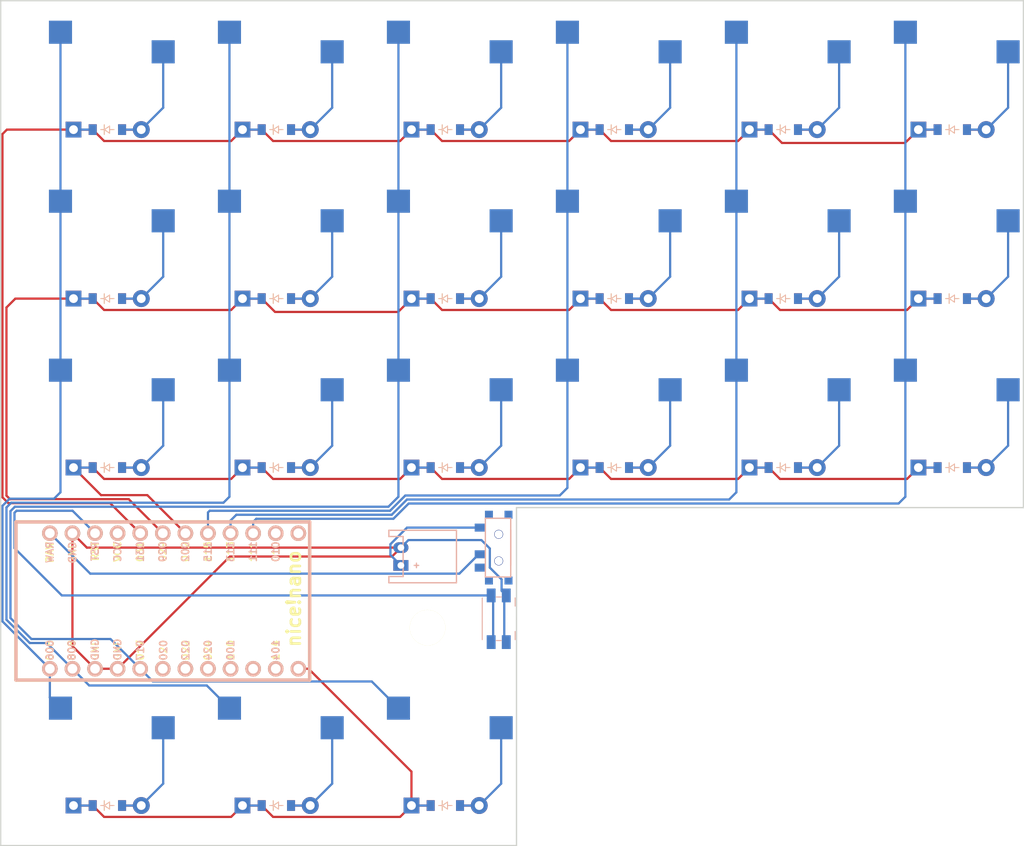
<source format=kicad_pcb>
(kicad_pcb (version 20241229) (generator "pcbnew") (generator_version "9.0")
  (title_block (title "right") (rev "v1.0.0") (company "Unknown"))
  (layers (0 "F.Cu" signal) (2 "B.Cu" signal) (13 "F.Paste" user) (15 "B.Paste" user) (5 "F.SilkS" user) (7 "B.SilkS" user) (1 "F.Mask" user) (3 "B.Mask" user) (25 "Edge.Cuts" user))
  (net 0 "")
  (net 1 "P006")
  (net 2 "inner_thumb")
  (net 3 "inner_bottom")
  (net 4 "inner_home")
  (net 5 "inner_top")
  (net 6 "P008")
  (net 7 "index_thumb")
  (net 8 "index_bottom")
  (net 9 "index_home")
  (net 10 "index_top")
  (net 11 "P017")
  (net 12 "middle_thumb")
  (net 13 "middle_bottom")
  (net 14 "middle_home")
  (net 15 "middle_top")
  (net 16 "P115")
  (net 17 "ring_bottom")
  (net 18 "ring_home")
  (net 19 "ring_top")
  (net 20 "P113")
  (net 21 "pinky_bottom")
  (net 22 "pinky_home")
  (net 23 "pinky_top")
  (net 24 "P111")
  (net 25 "outer_bottom")
  (net 26 "outer_home")
  (net 27 "outer_top")
  (net 28 "P106")
  (net 29 "P002")
  (net 30 "P029")
  (net 31 "P031")
  (net 32 "RAW")
  (net 33 "GND")
  (net 34 "RST")
  (net 35 "VCC")
  (net 36 "P010")
  (net 37 "P009")
  (net 38 "P020")
  (net 39 "P022")
  (net 40 "P024")
  (net 41 "P100")
  (net 42 "P011")
  (net 43 "P104")
  (net 44 "pos")
  (footprint "E73:SPDT_C128955" (layer "F.Cu") (at 146 126 -90)
    (property "Reference" "T1" (hide yes))
    (property "Value" "" (hide yes))
  )
  (footprint "PG1350" (layer "F.Cu") (at 176 74)
    (property "Reference" "S18" (hide yes))
    (property "Value" "" (hide yes))
  )
  (footprint "ComboDiode" (layer "F.Cu") (at 121 155)
    (property "Reference" "D5" (hide yes))
    (property "Value" "" (hide yes))
  )
  (footprint "PG1350" (layer "F.Cu") (at 176 93)
    (property "Reference" "S17" (hide yes))
    (property "Value" "" (hide yes))
  )
  (footprint "ComboDiode" (layer "F.Cu") (at 121 98)
    (property "Reference" "D7" (hide yes))
    (property "Value" "" (hide yes))
  )
  (footprint "PG1350" (layer "F.Cu") (at 157 112)
    (property "Reference" "S13" (hide yes))
    (property "Value" "" (hide yes))
  )
  (footprint "PG1350" (layer "F.Cu") (at 119 93)
    (property "Reference" "S7" (hide yes))
    (property "Value" "" (hide yes))
  )
  (footprint "ComboDiode" (layer "F.Cu") (at 159 98)
    (property "Reference" "D14" (hide yes))
    (property "Value" "" (hide yes))
  )
  (footprint "PG1350" (layer "F.Cu") (at 100 93)
    (property "Reference" "S3" (hide yes))
    (property "Value" "" (hide yes))
  )
  (footprint "PG1350" (layer "F.Cu") (at 138 150)
    (property "Reference" "S9" (hide yes))
    (property "Value" "" (hide yes))
  )
  (footprint "nice_nano" (layer "F.Cu") (at 109.5 132)
    (property "Reference" "MCU1" (hide yes))
    (property "Value" "nice_nano" (hide yes))
  )
  (footprint "PG1350" (layer "F.Cu") (at 195 112)
    (property "Reference" "S19" (hide yes))
    (property "Value" "" (hide yes))
  )
  (footprint "ComboDiode" (layer "F.Cu") (at 140 117)
    (property "Reference" "D10" (hide yes))
    (property "Value" "" (hide yes))
  )
  (footprint "ComboDiode" (layer "F.Cu") (at 197 117)
    (property "Reference" "D19" (hide yes))
    (property "Value" "" (hide yes))
  )
  (footprint "PG1350" (layer "F.Cu") (at 195 93)
    (property "Reference" "S20" (hide yes))
    (property "Value" "" (hide yes))
  )
  (footprint "PG1350" (layer "F.Cu") (at 119 112)
    (property "Reference" "S6" (hide yes))
    (property "Value" "" (hide yes))
  )
  (footprint "PG1350" (layer "F.Cu") (at 100 74)
    (property "Reference" "S4" (hide yes))
    (property "Value" "" (hide yes))
  )
  (footprint "PG1350" (layer "F.Cu") (at 157 74)
    (property "Reference" "S15" (hide yes))
    (property "Value" "" (hide yes))
  )
  (footprint "ComboDiode" (layer "F.Cu") (at 178 79)
    (property "Reference" "D18" (hide yes))
    (property "Value" "" (hide yes))
  )
  (footprint "ComboDiode" (layer "F.Cu") (at 102 155)
    (property "Reference" "D1" (hide yes))
    (property "Value" "" (hide yes))
  )
  (footprint "PG1350" (layer "F.Cu") (at 138 74)
    (property "Reference" "S12" (hide yes))
    (property "Value" "" (hide yes))
  )
  (footprint "Panasonic_EVQPUL_EVQPUC" (layer "F.Cu") (at 146 134 -90)
    (property "Reference" "B1" (hide yes))
    (property "Value" "Panasonic_EVQPUL_EVQPUC" (hide yes))
  )
  (footprint "ComboDiode" (layer "F.Cu") (at 102 79)
    (property "Reference" "D4" (hide yes))
    (property "Value" "" (hide yes))
  )
  (footprint "ComboDiode" (layer "F.Cu") (at 102 98)
    (property "Reference" "D3" (hide yes))
    (property "Value" "" (hide yes))
  )
  (footprint "JST_PH_S2B-PH-K_02x2.00mm_Angled" (layer "F.Cu") (at 135 127 90)
    (property "Reference" "JST1" (hide yes))
    (property "Value" "" (hide yes))
  )
  (footprint "ComboDiode" (layer "F.Cu") (at 140 79)
    (property "Reference" "D12" (hide yes))
    (property "Value" "" (hide yes))
  )
  (footprint "ComboDiode" (layer "F.Cu") (at 197 79)
    (property "Reference" "D21" (hide yes))
    (property "Value" "" (hide yes))
  )
  (footprint "PG1350" (layer "F.Cu") (at 100 150)
    (property "Reference" "S1" (hide yes))
    (property "Value" "" (hide yes))
  )
  (footprint "PG1350" (layer "F.Cu") (at 119 74)
    (property "Reference" "S8" (hide yes))
    (property "Value" "" (hide yes))
  )
  (footprint "PG1350" (layer "F.Cu") (at 138 93)
    (property "Reference" "S11" (hide yes))
    (property "Value" "" (hide yes))
  )
  (footprint "ComboDiode" (layer "F.Cu") (at 140 155)
    (property "Reference" "D9" (hide yes))
    (property "Value" "" (hide yes))
  )
  (footprint "ComboDiode" (layer "F.Cu") (at 159 79)
    (property "Reference" "D15" (hide yes))
    (property "Value" "" (hide yes))
  )
  (footprint "HOLE_M2_TH" (layer "F.Cu") (at 138 135)
    (property "Reference" "")
    (property "Value" "")
  )
  (footprint "ComboDiode" (layer "F.Cu") (at 197 98)
    (property "Reference" "D20" (hide yes))
    (property "Value" "" (hide yes))
  )
  (footprint "ComboDiode" (layer "F.Cu") (at 178 98)
    (property "Reference" "D17" (hide yes))
    (property "Value" "" (hide yes))
  )
  (footprint "PG1350" (layer "F.Cu") (at 119 150)
    (property "Reference" "S5" (hide yes))
    (property "Value" "" (hide yes))
  )
  (footprint "PG1350" (layer "F.Cu") (at 138 112)
    (property "Reference" "S10" (hide yes))
    (property "Value" "" (hide yes))
  )
  (footprint "ComboDiode" (layer "F.Cu") (at 121 117)
    (property "Reference" "D6" (hide yes))
    (property "Value" "" (hide yes))
  )
  (footprint "PG1350" (layer "F.Cu") (at 176 112)
    (property "Reference" "S16" (hide yes))
    (property "Value" "" (hide yes))
  )
  (footprint "ComboDiode" (layer "F.Cu") (at 102 117)
    (property "Reference" "D2" (hide yes))
    (property "Value" "" (hide yes))
  )
  (footprint "ComboDiode" (layer "F.Cu") (at 178 117)
    (property "Reference" "D16" (hide yes))
    (property "Value" "" (hide yes))
  )
  (footprint "ComboDiode" (layer "F.Cu") (at 140 98)
    (property "Reference" "D11" (hide yes))
    (property "Value" "" (hide yes))
  )
  (footprint "PG1350" (layer "F.Cu") (at 157 93)
    (property "Reference" "S14" (hide yes))
    (property "Value" "" (hide yes))
  )
  (footprint "ComboDiode" (layer "F.Cu") (at 121 79)
    (property "Reference" "D8" (hide yes))
    (property "Value" "" (hide yes))
  )
  (footprint "ComboDiode" (layer "F.Cu") (at 159 117)
    (property "Reference" "D13" (hide yes))
    (property "Value" "" (hide yes))
  )
  (footprint "PG1350" (layer "F.Cu") (at 195 74)
    (property "Reference" "S21" (hide yes))
    (property "Value" "" (hide yes))
  )
  (footprint "PG1350" (layer "F.Cu") (at 100 112)
    (property "Reference" "S2" (hide yes))
    (property "Value" "" (hide yes))
  )
  (gr_line (start 148 159.5) (end 90 159.5) (stroke (width 0.15)) (layer "Edge.Cuts"))
  (gr_line (start 205 64.5) (end 205 121.5) (stroke (width 0.15)) (layer "Edge.Cuts"))
  (gr_line (start 90 64.5) (end 205 64.5) (stroke (width 0.15)) (layer "Edge.Cuts"))
  (gr_line (start 205 121.5) (end 148 121.5) (stroke (width 0.15)) (layer "Edge.Cuts"))
  (gr_line (start 148 121.5) (end 148 159.5) (stroke (width 0.15)) (layer "Edge.Cuts"))
  (gr_line (start 90 159.5) (end 90 64.5) (stroke (width 0.15)) (layer "Edge.Cuts"))
  (segment (start 96.725 106.05) (end 96.725 87.05) (width 0.25) (layer "B.Cu") (net 1))
  (segment (start 90.201 121.299) (end 90.201 134.291) (width 0.25) (layer "B.Cu") (net 1))
  (segment (start 96.725 87.05) (end 96.725 68.05) (width 0.25) (layer "B.Cu") (net 1))
  (segment (start 91 120.5) (end 90.201 121.299) (width 0.25) (layer "B.Cu") (net 1))
  (segment (start 96 120.5) (end 91 120.5) (width 0.25) (layer "B.Cu") (net 1))
  (segment (start 95.53 139.62) (end 95.53 142.855) (width 0.25) (layer "B.Cu") (net 1))
  (segment (start 96.725 106.05) (end 96.725 119.775) (width 0.25) (layer "B.Cu") (net 1))
  (segment (start 95.53 142.855) (end 96.725 144.05) (width 0.25) (layer "B.Cu") (net 1))
  (segment (start 96.725 119.775) (end 96 120.5) (width 0.25) (layer "B.Cu") (net 1))
  (segment (start 90.201 134.291) (end 95.53 139.62) (width 0.25) (layer "B.Cu") (net 1))
  (segment (start 103.65 155) (end 105.81 155) (width 0.25) (layer "F.Cu") (net 2))
  (segment (start 105.81 155) (end 103.65 155) (width 0.25) (layer "B.Cu") (net 2))
  (segment (start 108.275 146.25) (end 108.275 152.535) (width 0.25) (layer "B.Cu") (net 2))
  (segment (start 108.275 152.535) (end 105.81 155) (width 0.25) (layer "B.Cu") (net 2))
  (segment (start 103.65 117) (end 105.81 117) (width 0.25) (layer "F.Cu") (net 3))
  (segment (start 108.275 114.535) (end 105.81 117) (width 0.25) (layer "B.Cu") (net 3))
  (segment (start 108.275 108.25) (end 108.275 114.535) (width 0.25) (layer "B.Cu") (net 3))
  (segment (start 105.81 117) (end 103.65 117) (width 0.25) (layer "B.Cu") (net 3))
  (segment (start 103.65 98) (end 105.81 98) (width 0.25) (layer "F.Cu") (net 4))
  (segment (start 108.275 89.25) (end 108.275 95.535) (width 0.25) (layer "B.Cu") (net 4))
  (segment (start 105.81 98) (end 103.65 98) (width 0.25) (layer "B.Cu") (net 4))
  (segment (start 108.275 95.535) (end 105.81 98) (width 0.25) (layer "B.Cu") (net 4))
  (segment (start 103.65 79) (end 105.81 79) (width 0.25) (layer "F.Cu") (net 5))
  (segment (start 105.81 79) (end 103.65 79) (width 0.25) (layer "B.Cu") (net 5))
  (segment (start 108.275 76.535) (end 105.81 79) (width 0.25) (layer "B.Cu") (net 5))
  (segment (start 108.275 70.25) (end 108.275 76.535) (width 0.25) (layer "B.Cu") (net 5))
  (segment (start 91.18681 120.951) (end 115.049 120.951) (width 0.25) (layer "B.Cu") (net 6))
  (segment (start 98.07 139.62) (end 95.176095 136.726095) (width 0.25) (layer "B.Cu") (net 6))
  (segment (start 113.175 141.5) (end 115.725 144.05) (width 0.25) (layer "B.Cu") (net 6))
  (segment (start 93.273905 136.726095) (end 90.652 134.10419) (width 0.25) (layer "B.Cu") (net 6))
  (segment (start 115.725 120.275) (end 115.725 106.05) (width 0.25) (layer "B.Cu") (net 6))
  (segment (start 115.725 68.05) (end 115.725 87.05) (width 0.25) (layer "B.Cu") (net 6))
  (segment (start 95.176095 136.726095) (end 93.273905 136.726095) (width 0.25) (layer "B.Cu") (net 6))
  (segment (start 115.725 87.05) (end 115.725 106.05) (width 0.25) (layer "B.Cu") (net 6))
  (segment (start 99.95 141.5) (end 113.175 141.5) (width 0.25) (layer "B.Cu") (net 6))
  (segment (start 115.049 120.951) (end 115.725 120.275) (width 0.25) (layer "B.Cu") (net 6))
  (segment (start 98.07 139.62) (end 99.95 141.5) (width 0.25) (layer "B.Cu") (net 6))
  (segment (start 90.652 121.48581) (end 91.18681 120.951) (width 0.25) (layer "B.Cu") (net 6))
  (segment (start 90.652 134.10419) (end 90.652 121.48581) (width 0.25) (layer "B.Cu") (net 6))
  (segment (start 122.65 155) (end 124.81 155) (width 0.25) (layer "F.Cu") (net 7))
  (segment (start 127.275 146.25) (end 127.275 152.535) (width 0.25) (layer "B.Cu") (net 7))
  (segment (start 124.81 155) (end 122.65 155) (width 0.25) (layer "B.Cu") (net 7))
  (segment (start 127.275 152.535) (end 124.81 155) (width 0.25) (layer "B.Cu") (net 7))
  (segment (start 122.65 117) (end 124.81 117) (width 0.25) (layer "F.Cu") (net 8))
  (segment (start 124.81 117) (end 122.65 117) (width 0.25) (layer "B.Cu") (net 8))
  (segment (start 127.275 114.535) (end 124.81 117) (width 0.25) (layer "B.Cu") (net 8))
  (segment (start 127.275 108.25) (end 127.275 114.535) (width 0.25) (layer "B.Cu") (net 8))
  (segment (start 122.65 98) (end 124.81 98) (width 0.25) (layer "F.Cu") (net 9))
  (segment (start 127.275 95.535) (end 124.81 98) (width 0.25) (layer "B.Cu") (net 9))
  (segment (start 127.275 89.25) (end 127.275 95.535) (width 0.25) (layer "B.Cu") (net 9))
  (segment (start 124.81 98) (end 122.65 98) (width 0.25) (layer "B.Cu") (net 9))
  (segment (start 122.65 79) (end 124.81 79) (width 0.25) (layer "F.Cu") (net 10))
  (segment (start 127.275 70.25) (end 127.275 76.535) (width 0.25) (layer "B.Cu") (net 10))
  (segment (start 124.81 79) (end 122.65 79) (width 0.25) (layer "B.Cu") (net 10))
  (segment (start 127.275 76.535) (end 124.81 79) (width 0.25) (layer "B.Cu") (net 10))
  (segment (start 102.345095 136.275095) (end 93.460715 136.275095) (width 0.25) (layer "B.Cu") (net 11))
  (segment (start 105.69 139.62) (end 107.119 141.049) (width 0.25) (layer "B.Cu") (net 11))
  (segment (start 131.724 141.049) (end 134.725 144.05) (width 0.25) (layer "B.Cu") (net 11))
  (segment (start 105.69 139.62) (end 102.345095 136.275095) (width 0.25) (layer "B.Cu") (net 11))
  (segment (start 91.103 133.91738) (end 91.103 121.897) (width 0.25) (layer "B.Cu") (net 11))
  (segment (start 91.103 121.897) (end 91.598 121.402) (width 0.25) (layer "B.Cu") (net 11))
  (segment (start 134.725 68.05) (end 134.725 87.05) (width 0.25) (layer "B.Cu") (net 11))
  (segment (start 93.460715 136.275095) (end 91.103 133.91738) (width 0.25) (layer "B.Cu") (net 11))
  (segment (start 133.598 121.402) (end 134.725 120.275) (width 0.25) (layer "B.Cu") (net 11))
  (segment (start 134.725 120.275) (end 134.725 106.05) (width 0.25) (layer "B.Cu") (net 11))
  (segment (start 107.119 141.049) (end 131.724 141.049) (width 0.25) (layer "B.Cu") (net 11))
  (segment (start 91.598 121.402) (end 133.598 121.402) (width 0.25) (layer "B.Cu") (net 11))
  (segment (start 134.725 87.05) (end 134.725 106.05) (width 0.25) (layer "B.Cu") (net 11))
  (segment (start 141.65 155) (end 143.81 155) (width 0.25) (layer "F.Cu") (net 12))
  (segment (start 143.81 155) (end 141.65 155) (width 0.25) (layer "B.Cu") (net 12))
  (segment (start 146.275 152.535) (end 143.81 155) (width 0.25) (layer "B.Cu") (net 12))
  (segment (start 146.275 146.25) (end 146.275 152.535) (width 0.25) (layer "B.Cu") (net 12))
  (segment (start 141.65 117) (end 143.81 117) (width 0.25) (layer "F.Cu") (net 13))
  (segment (start 146.275 108.25) (end 146.275 114.535) (width 0.25) (layer "B.Cu") (net 13))
  (segment (start 143.81 117) (end 141.65 117) (width 0.25) (layer "B.Cu") (net 13))
  (segment (start 146.275 114.535) (end 143.81 117) (width 0.25) (layer "B.Cu") (net 13))
  (segment (start 141.65 98) (end 143.81 98) (width 0.25) (layer "F.Cu") (net 14))
  (segment (start 146.275 89.25) (end 146.275 95.535) (width 0.25) (layer "B.Cu") (net 14))
  (segment (start 146.275 95.535) (end 143.81 98) (width 0.25) (layer "B.Cu") (net 14))
  (segment (start 143.81 98) (end 141.65 98) (width 0.25) (layer "B.Cu") (net 14))
  (segment (start 143.81 79) (end 141.65 79) (width 0.25) (layer "F.Cu") (net 15))
  (segment (start 146.275 70.25) (end 146.275 76.535) (width 0.25) (layer "B.Cu") (net 15))
  (segment (start 143.81 79) (end 141.65 79) (width 0.25) (layer "B.Cu") (net 15))
  (segment (start 146.275 76.535) (end 143.81 79) (width 0.25) (layer "B.Cu") (net 15))
  (segment (start 113.31 124.38) (end 113.31 122.043) (width 0.25) (layer "B.Cu") (net 16))
  (segment (start 133.78481 121.853) (end 135.5 120.13781) (width 0.25) (layer "B.Cu") (net 16))
  (segment (start 152.86219 120.13781) (end 153.725 119.275) (width 0.25) (layer "B.Cu") (net 16))
  (segment (start 113.31 122.043) (end 113.5 121.853) (width 0.25) (layer "B.Cu") (net 16))
  (segment (start 135.5 120.13781) (end 152.86219 120.13781) (width 0.25) (layer "B.Cu") (net 16))
  (segment (start 153.725 87.05) (end 153.725 106.05) (width 0.25) (layer "B.Cu") (net 16))
  (segment (start 153.725 119.275) (end 153.725 106.05) (width 0.25) (layer "B.Cu") (net 16))
  (segment (start 153.725 106.05) (end 153 106.775) (width 0.25) (layer "B.Cu") (net 16))
  (segment (start 113.5 121.853) (end 133.78481 121.853) (width 0.25) (layer "B.Cu") (net 16))
  (segment (start 153.725 68.05) (end 153.725 87.05) (width 0.25) (layer "B.Cu") (net 16))
  (segment (start 160.65 117) (end 162.81 117) (width 0.25) (layer "F.Cu") (net 17))
  (segment (start 165.275 108.25) (end 165.275 114.535) (width 0.25) (layer "B.Cu") (net 17))
  (segment (start 165.275 114.535) (end 162.81 117) (width 0.25) (layer "B.Cu") (net 17))
  (segment (start 162.81 117) (end 160.65 117) (width 0.25) (layer "B.Cu") (net 17))
  (segment (start 160.65 98) (end 162.81 98) (width 0.25) (layer "F.Cu") (net 18))
  (segment (start 162.81 98) (end 160.65 98) (width 0.25) (layer "B.Cu") (net 18))
  (segment (start 165.275 95.535) (end 162.81 98) (width 0.25) (layer "B.Cu") (net 18))
  (segment (start 165.275 89.25) (end 165.275 95.535) (width 0.25) (layer "B.Cu") (net 18))
  (segment (start 160.65 79) (end 162.81 79) (width 0.25) (layer "F.Cu") (net 19))
  (segment (start 165.275 76.535) (end 162.81 79) (width 0.25) (layer "B.Cu") (net 19))
  (segment (start 165.275 70.25) (end 165.275 76.535) (width 0.25) (layer "B.Cu") (net 19))
  (segment (start 162.81 79) (end 160.65 79) (width 0.25) (layer "B.Cu") (net 19))
  (segment (start 133.97162 122.304) (end 135.68681 120.58881) (width 0.25) (layer "B.Cu") (net 20))
  (segment (start 115.85 122.954) (end 116.5 122.304) (width 0.25) (layer "B.Cu") (net 20))
  (segment (start 172.725 68.05) (end 172.725 87.05) (width 0.25) (layer "B.Cu") (net 20))
  (segment (start 172.725 106.05) (end 172.725 119.775) (width 0.25) (layer "B.Cu") (net 20))
  (segment (start 115.85 124.38) (end 115.85 122.954) (width 0.25) (layer "B.Cu") (net 20))
  (segment (start 135.68681 120.58881) (end 171.91119 120.58881) (width 0.25) (layer "B.Cu") (net 20))
  (segment (start 172.725 87.05) (end 172.725 106.05) (width 0.25) (layer "B.Cu") (net 20))
  (segment (start 116.5 122.304) (end 133.97162 122.304) (width 0.25) (layer "B.Cu") (net 20))
  (segment (start 171.91119 120.58881) (end 172.725 119.775) (width 0.25) (layer "B.Cu") (net 20))
  (segment (start 179.65 117) (end 181.81 117) (width 0.25) (layer "F.Cu") (net 21))
  (segment (start 181.81 117) (end 179.65 117) (width 0.25) (layer "B.Cu") (net 21))
  (segment (start 184.275 114.535) (end 181.81 117) (width 0.25) (layer "B.Cu") (net 21))
  (segment (start 184.275 108.25) (end 184.275 114.535) (width 0.25) (layer "B.Cu") (net 21))
  (segment (start 179.65 98) (end 181.81 98) (width 0.25) (layer "F.Cu") (net 22))
  (segment (start 181.81 98) (end 179.65 98) (width 0.25) (layer "B.Cu") (net 22))
  (segment (start 184.275 89.25) (end 184.275 95.535) (width 0.25) (layer "B.Cu") (net 22))
  (segment (start 184.275 95.535) (end 181.81 98) (width 0.25) (layer "B.Cu") (net 22))
  (segment (start 179.65 79) (end 181.81 79) (width 0.25) (layer "F.Cu") (net 23))
  (segment (start 181.81 79) (end 179.65 79) (width 0.25) (layer "B.Cu") (net 23))
  (segment (start 184.275 76.535) (end 181.81 79) (width 0.25) (layer "B.Cu") (net 23))
  (segment (start 184.275 70.25) (end 184.275 76.535) (width 0.25) (layer "B.Cu") (net 23))
  (segment (start 118.39 123.11) (end 118.745 122.755) (width 0.25) (layer "B.Cu") (net 24))
  (segment (start 191.725 68.05) (end 191.725 87.05) (width 0.25) (layer "B.Cu") (net 24))
  (segment (start 135.87362 121.03981) (end 190.96019 121.03981) (width 0.25) (layer "B.Cu") (net 24))
  (segment (start 191.725 87.05) (end 191.725 106.05) (width 0.25) (layer "B.Cu") (net 24))
  (segment (start 134.15843 122.755) (end 135.87362 121.03981) (width 0.25) (layer "B.Cu") (net 24))
  (segment (start 191.725 106.05) (end 191.725 120.275) (width 0.25) (layer "B.Cu") (net 24))
  (segment (start 118.39 124.38) (end 118.39 123.11) (width 0.25) (layer "B.Cu") (net 24))
  (segment (start 191.725 120.275) (end 190.96019 121.03981) (width 0.25) (layer "B.Cu") (net 24))
  (segment (start 118.745 122.755) (end 134.15843 122.755) (width 0.25) (layer "B.Cu") (net 24))
  (segment (start 198.65 117) (end 200.81 117) (width 0.25) (layer "F.Cu") (net 25))
  (segment (start 203.275 108.25) (end 203.275 114.535) (width 0.25) (layer "B.Cu") (net 25))
  (segment (start 200.81 117) (end 198.65 117) (width 0.25) (layer "B.Cu") (net 25))
  (segment (start 203.275 114.535) (end 200.81 117) (width 0.25) (layer "B.Cu") (net 25))
  (segment (start 198.65 98) (end 200.81 98) (width 0.25) (layer "F.Cu") (net 26))
  (segment (start 203.275 89.25) (end 203.275 95.535) (width 0.25) (layer "B.Cu") (net 26))
  (segment (start 203.275 95.535) (end 200.81 98) (width 0.25) (layer "B.Cu") (net 26))
  (segment (start 200.81 98) (end 198.65 98) (width 0.25) (layer "B.Cu") (net 26))
  (segment (start 198.65 79) (end 200.81 79) (width 0.25) (layer "F.Cu") (net 27))
  (segment (start 203.275 70.25) (end 203.275 76.535) (width 0.25) (layer "B.Cu") (net 27))
  (segment (start 200.81 79) (end 198.65 79) (width 0.25) (layer "B.Cu") (net 27))
  (segment (start 203.275 76.535) (end 200.81 79) (width 0.25) (layer "B.Cu") (net 27))
  (segment (start 115.9115 156.2785) (end 117.19 155) (width 0.25) (layer "F.Cu") (net 28))
  (segment (start 100.35 155) (end 101.6285 156.2785) (width 0.25) (layer "F.Cu") (net 28))
  (segment (start 98.19 155) (end 100.35 155) (width 0.25) (layer "F.Cu") (net 28))
  (segment (start 134.9115 156.2785) (end 136.19 155) (width 0.25) (layer "F.Cu") (net 28))
  (segment (start 120.6285 156.2785) (end 134.9115 156.2785) (width 0.25) (layer "F.Cu") (net 28))
  (segment (start 119.35 155) (end 120.6285 156.2785) (width 0.25) (layer "F.Cu") (net 28))
  (segment (start 117.19 155) (end 119.35 155) (width 0.25) (layer "F.Cu") (net 28))
  (segment (start 136.19 151.19) (end 124.62 139.62) (width 0.25) (layer "F.Cu") (net 28))
  (segment (start 136.19 155) (end 136.19 151.19) (width 0.25) (layer "F.Cu") (net 28))
  (segment (start 136.19 155) (end 138.35 155) (width 0.25) (layer "F.Cu") (net 28))
  (segment (start 101.6285 156.2785) (end 115.9115 156.2785) (width 0.25) (layer "F.Cu") (net 28))
  (segment (start 124.62 139.62) (end 123.47 139.62) (width 0.25) (layer "F.Cu") (net 28))
  (segment (start 119.35 155) (end 117.19 155) (width 0.25) (layer "B.Cu") (net 28))
  (segment (start 138.35 155) (end 136.19 155) (width 0.25) (layer "B.Cu") (net 28))
  (segment (start 100.35 155) (end 98.19 155) (width 0.25) (layer "B.Cu") (net 28))
  (segment (start 98.19 117) (end 101.288 120.098) (width 0.25) (layer "F.Cu") (net 29))
  (segment (start 138.35 117) (end 139.6285 118.2785) (width 0.25) (layer "F.Cu") (net 29))
  (segment (start 119.35 117) (end 120.6285 118.2785) (width 0.25) (layer "F.Cu") (net 29))
  (segment (start 177.6285 118.2785) (end 191.9115 118.2785) (width 0.25) (layer "F.Cu") (net 29))
  (segment (start 101.6285 118.2785) (end 115.9115 118.2785) (width 0.25) (layer "F.Cu") (net 29))
  (segment (start 158.6285 118.2785) (end 172.9115 118.2785) (width 0.25) (layer "F.Cu") (net 29))
  (segment (start 98.19 117) (end 100.35 117) (width 0.25) (layer "F.Cu") (net 29))
  (segment (start 115.9115 118.2785) (end 117.19 117) (width 0.25) (layer "F.Cu") (net 29))
  (segment (start 101.288 120.098) (end 106.488 120.098) (width 0.25) (layer "F.Cu") (net 29))
  (segment (start 155.19 117) (end 157.35 117) (width 0.25) (layer "F.Cu") (net 29))
  (segment (start 117.19 117) (end 119.35 117) (width 0.25) (layer "F.Cu") (net 29))
  (segment (start 172.9115 118.2785) (end 174.19 117) (width 0.25) (layer "F.Cu") (net 29))
  (segment (start 193.19 117) (end 195.35 117) (width 0.25) (layer "F.Cu") (net 29))
  (segment (start 139.6285 118.2785) (end 153.9115 118.2785) (width 0.25) (layer "F.Cu") (net 29))
  (segment (start 153.9115 118.2785) (end 155.19 117) (width 0.25) (layer "F.Cu") (net 29))
  (segment (start 157.35 117) (end 158.6285 118.2785) (width 0.25) (layer "F.Cu") (net 29))
  (segment (start 176.35 117) (end 177.6285 118.2785) (width 0.25) (layer "F.Cu") (net 29))
  (segment (start 174.19 117) (end 176.35 117) (width 0.25) (layer "F.Cu") (net 29))
  (segment (start 136.19 117) (end 138.35 117) (width 0.25) (layer "F.Cu") (net 29))
  (segment (start 120.6285 118.2785) (end 134.9115 118.2785) (width 0.25) (layer "F.Cu") (net 29))
  (segment (start 100.35 117) (end 101.6285 118.2785) (width 0.25) (layer "F.Cu") (net 29))
  (segment (start 106.488 120.098) (end 110.77 124.38) (width 0.25) (layer "F.Cu") (net 29))
  (segment (start 191.9115 118.2785) (end 193.19 117) (width 0.25) (layer "F.Cu") (net 29))
  (segment (start 134.9115 118.2785) (end 136.19 117) (width 0.25) (layer "F.Cu") (net 29))
  (segment (start 155.19 117) (end 157.35 117) (width 0.25) (layer "B.Cu") (net 29))
  (segment (start 136.19 117) (end 138.35 117) (width 0.25) (layer "B.Cu") (net 29))
  (segment (start 195.35 117) (end 193.19 117) (width 0.25) (layer "B.Cu") (net 29))
  (segment (start 98.19 117) (end 100.35 117) (width 0.25) (layer "B.Cu") (net 29))
  (segment (start 174.19 117) (end 176.35 117) (width 0.25) (layer "B.Cu") (net 29))
  (segment (start 117.19 117) (end 119.35 117) (width 0.25) (layer "B.Cu") (net 29))
  (segment (start 120.85 99.5) (end 119.35 98) (width 0.25) (layer "F.Cu") (net 30))
  (segment (start 139.6285 99.2785) (end 138.35 98) (width 0.25) (layer "F.Cu") (net 30))
  (segment (start 153.9115 99.2785) (end 139.6285 99.2785) (width 0.25) (layer "F.Cu") (net 30))
  (segment (start 91.652 98) (end 90.652 99) (width 0.25) (layer "F.Cu") (net 30))
  (segment (start 172.9115 99.2785) (end 158.6285 99.2785) (width 0.25) (layer "F.Cu") (net 30))
  (segment (start 138.35 98) (end 136.19 98) (width 0.25) (layer "F.Cu") (net 30))
  (segment (start 193.19 98) (end 191.9115 99.2785) (width 0.25) (layer "F.Cu") (net 30))
  (segment (start 157.35 98) (end 155.19 98) (width 0.25) (layer "F.Cu") (net 30))
  (segment (start 101.6285 99.2785) (end 100.35 98) (width 0.25) (layer "F.Cu") (net 30))
  (segment (start 158.6285 99.2785) (end 157.35 98) (width 0.25) (layer "F.Cu") (net 30))
  (segment (start 177.6285 99.2785) (end 176.35 98) (width 0.25) (layer "F.Cu") (net 30))
  (segment (start 155.19 98) (end 153.9115 99.2785) (width 0.25) (layer "F.Cu") (net 30))
  (segment (start 115.9115 99.2785) (end 101.6285 99.2785) (width 0.25) (layer "F.Cu") (net 30))
  (segment (start 104.399 120.549) (end 108.23 124.38) (width 0.25) (layer "F.Cu") (net 30))
  (segment (start 176.35 98) (end 174.19 98) (width 0.25) (layer "F.Cu") (net 30))
  (segment (start 191.9115 99.2785) (end 177.6285 99.2785) (width 0.25) (layer "F.Cu") (net 30))
  (segment (start 90.652 99) (end 90.652 120.152) (width 0.25) (layer "F.Cu") (net 30))
  (segment (start 134.69 99.5) (end 120.85 99.5) (width 0.25) (layer "F.Cu") (net 30))
  (segment (start 91.049 120.549) (end 104.399 120.549) (width 0.25) (layer "F.Cu") (net 30))
  (segment (start 98.19 98) (end 91.652 98) (width 0.25) (layer "F.Cu") (net 30))
  (segment (start 90.652 120.152) (end 91.049 120.549) (width 0.25) (layer "F.Cu") (net 30))
  (segment (start 195.35 98) (end 193.19 98) (width 0.25) (layer "F.Cu") (net 30))
  (segment (start 174.19 98) (end 172.9115 99.2785) (width 0.25) (layer "F.Cu") (net 30))
  (segment (start 119.35 98) (end 117.19 98) (width 0.25) (layer "F.Cu") (net 30))
  (segment (start 117.19 98) (end 115.9115 99.2785) (width 0.25) (layer "F.Cu") (net 30))
  (segment (start 136.19 98) (end 134.69 99.5) (width 0.25) (layer "F.Cu") (net 30))
  (segment (start 100.35 98) (end 98.19 98) (width 0.25) (layer "F.Cu") (net 30))
  (segment (start 136.19 98) (end 138.35 98) (width 0.25) (layer "B.Cu") (net 30))
  (segment (start 98.19 98) (end 100.35 98) (width 0.25) (layer "B.Cu") (net 30))
  (segment (start 155.19 98) (end 157.35 98) (width 0.25) (layer "B.Cu") (net 30))
  (segment (start 117.19 98) (end 119.35 98) (width 0.25) (layer "B.Cu") (net 30))
  (segment (start 195.35 98) (end 193.19 98) (width 0.25) (layer "B.Cu") (net 30))
  (segment (start 176.35 98) (end 174.19 98) (width 0.25) (layer "B.Cu") (net 30))
  (segment (start 102.31 121) (end 105.69 124.38) (width 0.25) (layer "F.Cu") (net 31))
  (segment (start 139.6285 80.2785) (end 138.35 79) (width 0.25) (layer "F.Cu") (net 31))
  (segment (start 119.35 79) (end 117.19 79) (width 0.25) (layer "F.Cu") (net 31))
  (segment (start 158.6285 80.2785) (end 157.35 79) (width 0.25) (layer "F.Cu") (net 31))
  (segment (start 177.85 80.5) (end 176.35 79) (width 0.25) (layer "F.Cu") (net 31))
  (segment (start 115.9115 80.2785) (end 101.6285 80.2785) (width 0.25) (layer "F.Cu") (net 31))
  (segment (start 136.19 79) (end 134.9115 80.2785) (width 0.25) (layer "F.Cu") (net 31))
  (segment (start 90.701 79) (end 90.201 79.5) (width 0.25) (layer "F.Cu") (net 31))
  (segment (start 176.35 79) (end 174.19 79) (width 0.25) (layer "F.Cu") (net 31))
  (segment (start 90.86219 121) (end 102.31 121) (width 0.25) (layer "F.Cu") (net 31))
  (segment (start 90.201 79.5) (end 90.201 120.33881) (width 0.25) (layer "F.Cu") (net 31))
  (segment (start 172.9115 80.2785) (end 158.6285 80.2785) (width 0.25) (layer "F.Cu") (net 31))
  (segment (start 100.35 79) (end 98.19 79) (width 0.25) (layer "F.Cu") (net 31))
  (segment (start 174.19 79) (end 172.9115 80.2785) (width 0.25) (layer "F.Cu") (net 31))
  (segment (start 98.19 79) (end 90.701 79) (width 0.25) (layer "F.Cu") (net 31))
  (segment (start 120.6285 80.2785) (end 119.35 79) (width 0.25) (layer "F.Cu") (net 31))
  (segment (start 101.6285 80.2785) (end 100.35 79) (width 0.25) (layer "F.Cu") (net 31))
  (segment (start 90.201 120.33881) (end 90.86219 121) (width 0.25) (layer "F.Cu") (net 31))
  (segment (start 153.9115 80.2785) (end 139.6285 80.2785) (width 0.25) (layer "F.Cu") (net 31))
  (segment (start 155.19 79) (end 153.9115 80.2785) (width 0.25) (layer "F.Cu") (net 31))
  (segment (start 195.35 79) (end 193.19 79) (width 0.25) (layer "F.Cu") (net 31))
  (segment (start 134.9115 80.2785) (end 120.6285 80.2785) (width 0.25) (layer "F.Cu") (net 31))
  (segment (start 193.19 79) (end 191.69 80.5) (width 0.25) (layer "F.Cu") (net 31))
  (segment (start 138.35 79) (end 136.19 79) (width 0.25) (layer "F.Cu") (net 31))
  (segment (start 157.35 79) (end 155.19 79) (width 0.25) (layer "F.Cu") (net 31))
  (segment (start 117.19 79) (end 115.9115 80.2785) (width 0.25) (layer "F.Cu") (net 31))
  (segment (start 191.69 80.5) (end 177.85 80.5) (width 0.25) (layer "F.Cu") (net 31))
  (segment (start 155.19 79) (end 157.35 79) (width 0.25) (layer "B.Cu") (net 31))
  (segment (start 98.19 79) (end 100.35 79) (width 0.25) (layer "B.Cu") (net 31))
  (segment (start 195.35 79) (end 193.19 79) (width 0.25) (layer "B.Cu") (net 31))
  (segment (start 117.19 79) (end 119.35 79) (width 0.25) (layer "B.Cu") (net 31))
  (segment (start 176.35 79) (end 174.19 79) (width 0.25) (layer "B.Cu") (net 31))
  (segment (start 136.19 79) (end 138.35 79) (width 0.25) (layer "B.Cu") (net 31))
  (segment (start 143.925 126.75) (end 143.75 126.75) (width 0.25) (layer "B.Cu") (net 32))
  (segment (start 143.75 126.75) (end 141.574 128.926) (width 0.25) (layer "B.Cu") (net 32))
  (segment (start 141.574 128.926) (end 100.076 128.926) (width 0.25) (layer "B.Cu") (net 32))
  (segment (start 100.076 128.926) (end 95.53 124.38) (width 0.25) (layer "B.Cu") (net 32))
  (segment (start 100.61 139.62) (end 98.07 137.08) (width 0.25) (layer "F.Cu") (net 33))
  (segment (start 134 127) (end 115.77 127) (width 0.25) (layer "F.Cu") (net 33))
  (segment (start 135 126) (end 99.69 126) (width 0.25) (layer "F.Cu") (net 33))
  (segment (start 99.69 126) (end 98.07 124.38) (width 0.25) (layer "F.Cu") (net 33))
  (segment (start 100.61 139.62) (end 103.15 139.62) (width 0.25) (layer "F.Cu") (net 33))
  (segment (start 115.77 127) (end 103.15 139.62) (width 0.25) (layer "F.Cu") (net 33))
  (segment (start 98.07 137.08) (end 98.07 124.38) (width 0.25) (layer "F.Cu") (net 33))
  (segment (start 135 126) (end 134 127) (width 0.25) (layer "F.Cu") (net 33))
  (segment (start 146.324 129.572) (end 146.324 130.849) (width 0.25) (layer "B.Cu") (net 33))
  (segment (start 135.85 125.15) (end 144.052 125.15) (width 0.25) (layer "B.Cu") (net 33))
  (segment (start 146.624 131.601) (end 146.624 136.399) (width 0.25) (layer "B.Cu") (net 33))
  (segment (start 144.052 125.15) (end 145 126.098) (width 0.25) (layer "B.Cu") (net 33))
  (segment (start 145 126.098) (end 145 128.248) (width 0.25) (layer "B.Cu") (net 33))
  (segment (start 146.324 130.849) (end 146.85 131.375) (width 0.25) (layer "B.Cu") (net 33))
  (segment (start 146.85 131.375) (end 146.624 131.601) (width 0.25) (layer "B.Cu") (net 33))
  (segment (start 135 126) (end 135.85 125.15) (width 0.25) (layer "B.Cu") (net 33))
  (segment (start 145 128.248) (end 146.324 129.572) (width 0.25) (layer "B.Cu") (net 33))
  (segment (start 146.624 136.399) (end 146.85 136.625) (width 0.25) (layer "B.Cu") (net 33))
  (segment (start 145.376 131.601) (end 145.376 136.399) (width 0.25) (layer "B.Cu") (net 34))
  (segment (start 145.15 131.375) (end 96.875 131.375) (width 0.25) (layer "B.Cu") (net 34))
  (segment (start 91.78481 121.853) (end 98.083 121.853) (width 0.25) (layer "B.Cu") (net 34))
  (segment (start 98.083 121.853) (end 100.61 124.38) (width 0.25) (layer "B.Cu") (net 34))
  (segment (start 145.15 131.375) (end 145.376 131.601) (width 0.25) (layer "B.Cu") (net 34))
  (segment (start 96.875 131.375) (end 91.554 126.054) (width 0.25) (layer "B.Cu") (net 34))
  (segment (start 91.554 126.054) (end 91.554 122.08381) (width 0.25) (layer "B.Cu") (net 34))
  (segment (start 91.554 122.08381) (end 91.78481 121.853) (width 0.25) (layer "B.Cu") (net 34))
  (segment (start 145.376 136.399) (end 145.15 136.625) (width 0.25) (layer "B.Cu") (net 34))
  (segment (start 133.824 126.824) (end 133.824 125.616438) (width 0.25) (layer "B.Cu") (net 44))
  (segment (start 135.690438 123.75) (end 143.925 123.75) (width 0.25) (layer "B.Cu") (net 44))
  (segment (start 135 128) (end 133.824 126.824) (width 0.25) (layer "B.Cu") (net 44))
  (segment (start 133.824 125.616438) (end 135.690438 123.75) (width 0.25) (layer "B.Cu") (net 44))
)
</source>
